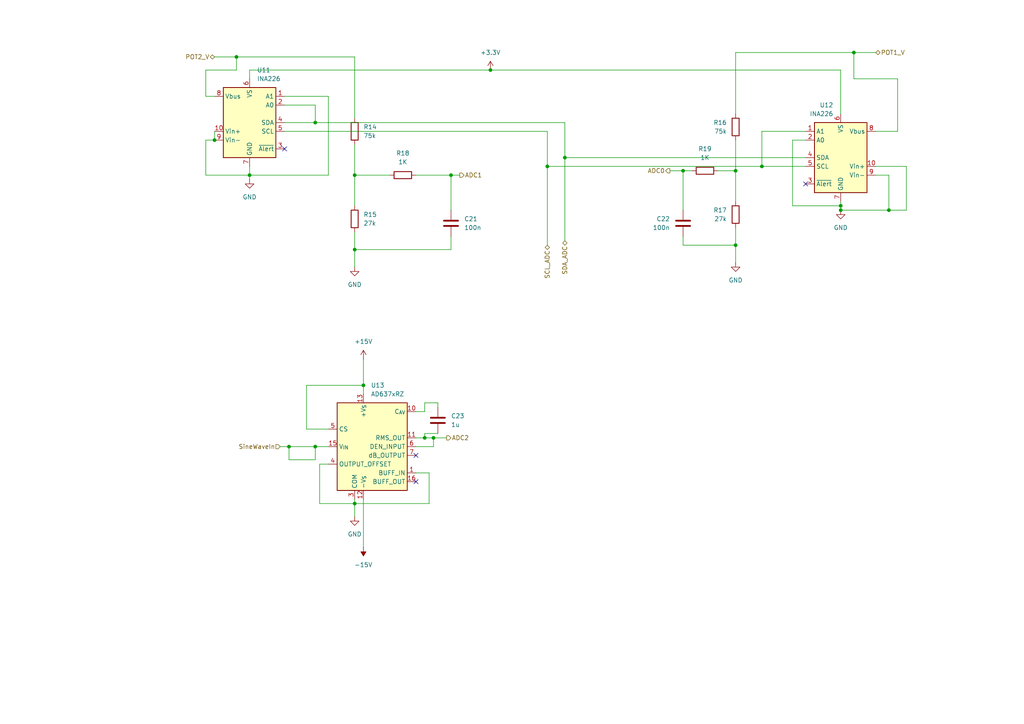
<source format=kicad_sch>
(kicad_sch (version 20250114) (generator "eeschema") (generator_version "9.0")
  (paper "A4")
  (lib_symbols
    (symbol "Analog:AD637xRZ"
      (property "Reference" "U" (at -6.35 13.97 0))
      (property "Value" "AD637xRZ" (at 1.27 13.97 0))
      (symbol "AD637xRZ_0_1"
        (rectangle (start -10.16 12.7) (end 10.16 -12.7) (stroke (width 0.254)) (fill (type background)))
      )
      (symbol "AD637xRZ_1_1"
        (pin input line (at -12.7 5.08 0) (length 2.54) (name "CS") (number "5"))
        (pin input line (at -12.7 0 0) (length 2.54) (name "V_{IN}") (number "15"))
        (pin input line (at -12.7 -5.08 0) (length 2.54) (name "OUTPUT_OFFSET") (number "4"))
        (pin no_connect line (at -10.16 7.62 0) (length 2.54) (hide yes) (name "NIC") (number "2"))
        (pin no_connect line (at -10.16 2.54 0) (length 2.54) (hide yes) (name "NIC") (number "8"))
        (pin no_connect line (at -10.16 -2.54 0) (length 2.54) (hide yes) (name "NIC") (number "9"))
        (pin no_connect line (at -10.16 -7.62 0) (length 2.54) (hide yes) (name "NIC") (number "14"))
        (pin power_in line (at -5.08 -15.24 90) (length 2.54) (name "COM") (number "3"))
        (pin power_in line (at -2.54 15.24 270) (length 2.54) (name "+V_{S}") (number "13"))
        (pin power_in line (at -2.54 -15.24 90) (length 2.54) (name "-V_{S}") (number "12"))
        (pin passive line (at 12.7 10.16 180) (length 2.54) (name "C_{AV}") (number "10"))
        (pin output line (at 12.7 2.54 180) (length 2.54) (name "RMS_OUT") (number "11"))
        (pin input line (at 12.7 0 180) (length 2.54) (name "DEN_INPUT") (number "6"))
        (pin passive line (at 12.7 -2.54 180) (length 2.54) (name "dB_OUTPUT") (number "7"))
        (pin input line (at 12.7 -7.62 180) (length 2.54) (name "BUFF_IN") (number "1"))
        (pin output line (at 12.7 -10.16 180) (length 2.54) (name "BUFF_OUT") (number "16"))
      )
    )
    (symbol "Device:C" (pin_numbers (hide yes)) (pin_names (offset 0.254))
      (property "Reference" "C" (at 0.635 2.54 0))
      (property "Value" "C" (at 0.635 -2.54 0))
      (symbol "C_0_1"
        (polyline (pts (xy -2.032 0.762) (xy 2.032 0.762)) (stroke (width 0.508)))
        (polyline (pts (xy -2.032 -0.762) (xy 2.032 -0.762)) (stroke (width 0.508)))
      )
      (symbol "C_1_1"
        (pin passive line (at 0 3.81 270) (length 2.794) (name "~") (number "1"))
        (pin passive line (at 0 -3.81 90) (length 2.794) (name "~") (number "2"))
      )
    )
    (symbol "Device:R" (pin_numbers (hide yes)) (pin_names (offset 0))
      (property "Reference" "R" (at 2.032 0 90))
      (property "Value" "R" (at 0 0 90))
      (symbol "R_0_1"
        (rectangle (start -1.016 -2.54) (end 1.016 2.54) (stroke (width 0.254)))
      )
      (symbol "R_1_1"
        (pin passive line (at 0 3.81 270) (length 1.27) (name "~") (number "1"))
        (pin passive line (at 0 -3.81 90) (length 1.27) (name "~") (number "2"))
      )
    )
    (symbol "Sensor_Energy:INA226"
      (property "Reference" "U" (at -6.35 11.43 0))
      (property "Value" "INA226" (at 3.81 11.43 0))
      (symbol "INA226_0_1"
        (rectangle (start 7.62 10.16) (end -7.62 -10.16) (stroke (width 0.254)) (fill (type background)))
      )
      (symbol "INA226_1_1"
        (pin input line (at -10.16 7.62 0) (length 2.54) (name "Vbus") (number "8"))
        (pin input line (at -10.16 -2.54 0) (length 2.54) (name "Vin+") (number "10"))
        (pin input line (at -10.16 -5.08 0) (length 2.54) (name "Vin-") (number "9"))
        (pin power_in line (at 0 12.7 270) (length 2.54) (name "VS") (number "6"))
        (pin power_in line (at 0 -12.7 90) (length 2.54) (name "GND") (number "7"))
        (pin input line (at 10.16 7.62 180) (length 2.54) (name "A1") (number "1"))
        (pin input line (at 10.16 5.08 180) (length 2.54) (name "A0") (number "2"))
        (pin bidirectional line (at 10.16 0 180) (length 2.54) (name "SDA") (number "4"))
        (pin input line (at 10.16 -2.54 180) (length 2.54) (name "SCL") (number "5"))
        (pin open_collector line (at 10.16 -7.62 180) (length 2.54) (name "~{Alert}") (number "3"))
      )
    )
    (symbol "power:+15V" (power) (pin_numbers (hide yes)) (pin_names (offset 0) (hide yes))
      (property "Value" "+15V" (at 0 3.556 0))
      (symbol "+15V_0_1"
        (polyline (pts (xy -0.762 1.27) (xy 0 2.54)))
        (polyline (pts (xy 0 2.54) (xy 0.762 1.27)))
        (polyline (pts (xy 0 0) (xy 0 2.54)))
      )
      (symbol "+15V_1_1"
        (pin power_in line (at 0 0 90) (length 0) (name "~") (number "1"))
      )
    )
    (symbol "power:+3.3V" (power) (pin_numbers (hide yes)) (pin_names (offset 0) (hide yes))
      (property "Value" "+3.3V" (at 0 3.556 0))
      (symbol "+3.3V_0_1"
        (polyline (pts (xy -0.762 1.27) (xy 0 2.54)))
        (polyline (pts (xy 0 2.54) (xy 0.762 1.27)))
        (polyline (pts (xy 0 0) (xy 0 2.54)))
      )
      (symbol "+3.3V_1_1"
        (pin power_in line (at 0 0 90) (length 0) (name "~") (number "1"))
      )
    )
    (symbol "power:-15V" (power) (pin_numbers (hide yes)) (pin_names (offset 0) (hide yes))
      (property "Value" "-15V" (at 0 3.556 0))
      (symbol "-15V_0_0"
        (pin power_in line (at 0 0 90) (length 0) (name "~") (number "1"))
      )
      (symbol "-15V_0_1"
        (polyline (pts (xy 0 0) (xy 0 1.27) (xy 0.762 1.27) (xy 0 2.54) (xy -0.762 1.27) (xy 0 1.27)) (fill (type outline)))
      )
    )
    (symbol "power:GND" (power) (pin_numbers (hide yes)) (pin_names (offset 0) (hide yes))
      (property "Value" "GND" (at 0 -3.81 0))
      (symbol "GND_0_1"
        (polyline (pts (xy 0 0) (xy 0 -1.27) (xy 1.27 -1.27) (xy 0 -2.54) (xy -1.27 -1.27) (xy 0 -1.27)))
      )
      (symbol "GND_1_1"
        (pin power_in line (at 0 0 270) (length 0) (name "~") (number "1"))
      )
    )
  )
  (junction (at 158.75 48.26))
  (junction (at 247.65 15.24))
  (junction (at 213.36 71.12))
  (junction (at 102.87 72.39))
  (junction (at 257.81 60.96))
  (junction (at 243.84 59.69))
  (junction (at 125.73 127))
  (junction (at 198.12 49.53))
  (junction (at 220.98 48.26))
  (junction (at 91.44 35.56))
  (junction (at 83.82 129.54))
  (junction (at 243.84 60.96))
  (junction (at 105.41 111.76))
  (junction (at 68.58 16.51))
  (junction (at 62.23 40.64))
  (junction (at 123.19 127))
  (junction (at 213.36 49.53))
  (junction (at 142.24 20.32))
  (junction (at 102.87 50.8))
  (junction (at 163.83 45.72))
  (junction (at 102.87 146.05))
  (junction (at 72.39 50.8))
  (junction (at 91.44 129.54))
  (junction (at 130.81 50.8))
  (no_connect (at 82.55 43.18))
  (no_connect (at 233.68 53.34))
  (no_connect (at 120.65 132.08))
  (no_connect (at 120.65 139.7))
  (wire (pts (xy 91.44 133.35) (xy 91.44 129.54)))
  (wire (pts (xy 59.69 27.94) (xy 62.23 27.94)))
  (wire (pts (xy 83.82 129.54) (xy 91.44 129.54)))
  (wire (pts (xy 233.68 40.64) (xy 229.87 40.64)))
  (wire (pts (xy 198.12 68.58) (xy 198.12 71.12)))
  (wire (pts (xy 198.12 49.53) (xy 194.31 49.53)))
  (wire (pts (xy 105.41 111.76) (xy 105.41 114.3)))
  (wire (pts (xy 247.65 15.24) (xy 247.65 22.86)))
  (wire (pts (xy 125.73 127) (xy 125.73 129.54)))
  (wire (pts (xy 213.36 49.53) (xy 208.28 49.53)))
  (wire (pts (xy 213.36 71.12) (xy 198.12 71.12)))
  (wire (pts (xy 102.87 144.78) (xy 102.87 146.05)))
  (wire (pts (xy 72.39 50.8) (xy 95.25 50.8)))
  (wire (pts (xy 120.65 127) (xy 123.19 127)))
  (wire (pts (xy 72.39 20.32) (xy 142.24 20.32)))
  (wire (pts (xy 102.87 72.39) (xy 130.81 72.39)))
  (wire (pts (xy 72.39 48.26) (xy 72.39 50.8)))
  (wire (pts (xy 254 50.8) (xy 257.81 50.8)))
  (wire (pts (xy 120.65 119.38) (xy 123.19 119.38)))
  (wire (pts (xy 127 116.84) (xy 127 118.11)))
  (wire (pts (xy 260.35 22.86) (xy 247.65 22.86)))
  (wire (pts (xy 59.69 40.64) (xy 62.23 40.64)))
  (wire (pts (xy 120.65 137.16) (xy 124.46 137.16)))
  (wire (pts (xy 243.84 20.32) (xy 243.84 33.02)))
  (wire (pts (xy 130.81 68.58) (xy 130.81 72.39)))
  (wire (pts (xy 262.89 48.26) (xy 262.89 60.96)))
  (wire (pts (xy 233.68 48.26) (xy 220.98 48.26)))
  (wire (pts (xy 92.71 134.62) (xy 92.71 146.05)))
  (wire (pts (xy 68.58 16.51) (xy 68.58 20.32)))
  (wire (pts (xy 220.98 38.1) (xy 220.98 48.26)))
  (wire (pts (xy 91.44 30.48) (xy 91.44 35.56)))
  (wire (pts (xy 72.39 22.86) (xy 72.39 20.32)))
  (wire (pts (xy 59.69 40.64) (xy 59.69 50.8)))
  (wire (pts (xy 254 15.24) (xy 247.65 15.24)))
  (wire (pts (xy 163.83 35.56) (xy 163.83 45.72)))
  (wire (pts (xy 81.28 129.54) (xy 83.82 129.54)))
  (wire (pts (xy 123.19 119.38) (xy 123.19 116.84)))
  (wire (pts (xy 72.39 50.8) (xy 72.39 52.07)))
  (wire (pts (xy 158.75 48.26) (xy 158.75 71.12)))
  (wire (pts (xy 62.23 16.51) (xy 68.58 16.51)))
  (wire (pts (xy 260.35 38.1) (xy 260.35 22.86)))
  (wire (pts (xy 254 48.26) (xy 262.89 48.26)))
  (wire (pts (xy 213.36 15.24) (xy 213.36 33.02)))
  (wire (pts (xy 82.55 38.1) (xy 158.75 38.1)))
  (wire (pts (xy 123.19 116.84) (xy 127 116.84)))
  (wire (pts (xy 130.81 50.8) (xy 133.35 50.8)))
  (wire (pts (xy 102.87 50.8) (xy 113.03 50.8)))
  (wire (pts (xy 105.41 144.78) (xy 105.41 158.75)))
  (wire (pts (xy 233.68 38.1) (xy 220.98 38.1)))
  (wire (pts (xy 91.44 35.56) (xy 82.55 35.56)))
  (wire (pts (xy 158.75 48.26) (xy 220.98 48.26)))
  (wire (pts (xy 257.81 50.8) (xy 257.81 60.96)))
  (wire (pts (xy 124.46 146.05) (xy 124.46 137.16)))
  (wire (pts (xy 163.83 45.72) (xy 233.68 45.72)))
  (wire (pts (xy 82.55 30.48) (xy 91.44 30.48)))
  (wire (pts (xy 105.41 104.14) (xy 105.41 111.76)))
  (wire (pts (xy 102.87 50.8) (xy 102.87 59.69)))
  (wire (pts (xy 127 125.73) (xy 123.19 125.73)))
  (wire (pts (xy 62.23 38.1) (xy 62.23 40.64)))
  (wire (pts (xy 102.87 146.05) (xy 124.46 146.05)))
  (wire (pts (xy 213.36 40.64) (xy 213.36 49.53)))
  (wire (pts (xy 88.9 124.46) (xy 88.9 111.76)))
  (wire (pts (xy 102.87 72.39) (xy 102.87 77.47)))
  (wire (pts (xy 163.83 45.72) (xy 163.83 69.85)))
  (wire (pts (xy 68.58 16.51) (xy 102.87 16.51)))
  (wire (pts (xy 95.25 134.62) (xy 92.71 134.62)))
  (wire (pts (xy 68.58 20.32) (xy 59.69 20.32)))
  (wire (pts (xy 120.65 50.8) (xy 130.81 50.8)))
  (wire (pts (xy 59.69 20.32) (xy 59.69 27.94)))
  (wire (pts (xy 102.87 16.51) (xy 102.87 34.29)))
  (wire (pts (xy 200.66 49.53) (xy 198.12 49.53)))
  (wire (pts (xy 102.87 67.31) (xy 102.87 72.39)))
  (wire (pts (xy 229.87 40.64) (xy 229.87 59.69)))
  (wire (pts (xy 229.87 59.69) (xy 243.84 59.69)))
  (wire (pts (xy 120.65 129.54) (xy 125.73 129.54)))
  (wire (pts (xy 59.69 50.8) (xy 72.39 50.8)))
  (wire (pts (xy 158.75 38.1) (xy 158.75 48.26)))
  (wire (pts (xy 91.44 35.56) (xy 163.83 35.56)))
  (wire (pts (xy 213.36 71.12) (xy 213.36 76.2)))
  (wire (pts (xy 83.82 133.35) (xy 91.44 133.35)))
  (wire (pts (xy 102.87 41.91) (xy 102.87 50.8)))
  (wire (pts (xy 257.81 60.96) (xy 243.84 60.96)))
  (wire (pts (xy 82.55 27.94) (xy 95.25 27.94)))
  (wire (pts (xy 92.71 146.05) (xy 102.87 146.05)))
  (wire (pts (xy 95.25 27.94) (xy 95.25 50.8)))
  (wire (pts (xy 91.44 129.54) (xy 95.25 129.54)))
  (wire (pts (xy 198.12 49.53) (xy 198.12 60.96)))
  (wire (pts (xy 125.73 127) (xy 129.54 127)))
  (wire (pts (xy 88.9 111.76) (xy 105.41 111.76)))
  (wire (pts (xy 247.65 15.24) (xy 213.36 15.24)))
  (wire (pts (xy 95.25 124.46) (xy 88.9 124.46)))
  (wire (pts (xy 130.81 50.8) (xy 130.81 60.96)))
  (wire (pts (xy 142.24 20.32) (xy 243.84 20.32)))
  (wire (pts (xy 243.84 58.42) (xy 243.84 59.69)))
  (wire (pts (xy 243.84 59.69) (xy 243.84 60.96)))
  (wire (pts (xy 213.36 49.53) (xy 213.36 58.42)))
  (wire (pts (xy 102.87 146.05) (xy 102.87 149.86)))
  (wire (pts (xy 83.82 129.54) (xy 83.82 133.35)))
  (wire (pts (xy 123.19 125.73) (xy 123.19 127)))
  (wire (pts (xy 123.19 127) (xy 125.73 127)))
  (wire (pts (xy 254 38.1) (xy 260.35 38.1)))
  (wire (pts (xy 213.36 66.04) (xy 213.36 71.12)))
  (wire (pts (xy 262.89 60.96) (xy 257.81 60.96)))
  (hierarchical_label "SDA_ADC" (shape bidirectional) (at 163.83 69.85 270))
  (hierarchical_label "ADC1" (shape output) (at 133.35 50.8 0))
  (hierarchical_label "SineWaveIn" (shape input) (at 81.28 129.54 180))
  (hierarchical_label "POT2_V" (shape bidirectional) (at 62.23 16.51 180))
  (hierarchical_label "ADC2" (shape output) (at 129.54 127 0))
  (hierarchical_label "ADC0" (shape output) (at 194.31 49.53 180))
  (hierarchical_label "POT1_V" (shape bidirectional) (at 254 15.24 0))
  (hierarchical_label "SCL_ADC" (shape bidirectional) (at 158.75 71.12 270))
  (symbol (lib_id "Device:C") (at 130.81 64.77 0) (unit 1)
    (property "Reference" "C21" (at 134.62 63.4999 0) (effects (justify left)))
    (property "Value" "100n" (at 134.62 66.0399 0) (effects (justify left)))
    (property "Description" "Unpolarized capacitor" (effects (hide yes)))
  )
  (symbol (lib_id "power:+15V") (at 105.41 104.14 0) (unit 1)
    (property "Reference" "#PWR034" (effects (hide yes)))
    (property "Value" "+15V" (at 105.41 99.06 0))
    (property "Description" "Power symbol creates a global label with name \"+15V\"" (effects (hide yes)))
  )
  (symbol (lib_id "Device:R") (at 116.84 50.8 270) (unit 1)
    (property "Reference" "R18" (at 116.84 44.45 90))
    (property "Value" "1K" (at 116.84 46.99 90))
    (property "Description" "Resistor" (effects (hide yes)))
  )
  (symbol (lib_id "power:-15V") (at 105.41 158.75 180) (unit 1)
    (property "Reference" "#PWR033" (effects (hide yes)))
    (property "Value" "-15V" (at 105.41 163.83 0))
    (property "Description" "Power symbol creates a global label with name \"-15V\"" (effects (hide yes)))
  )
  (symbol (lib_id "Sensor_Energy:INA226") (at 72.39 35.56 0) (unit 1)
    (property "Reference" "U11" (at 74.5333 20.32 0) (effects (justify left)))
    (property "Value" "INA226" (at 74.5333 22.86 0) (effects (justify left)))
    (property "Footprint" "Package_SO:VSSOP-10_3x3mm_P0.5mm" (effects (hide yes)))
    (property "Datasheet" "http://www.ti.com/lit/ds/symlink/ina226.pdf" (effects (hide yes)))
    (property "Description" "High-Side or Low-Side Measurement, Bi-Directional Current and Power Monitor (0-36V) with I2C Compatible Interface, VSSOP-10" (effects (hide yes)))
  )
  (symbol (lib_id "Device:R") (at 213.36 62.23 0) (mirror x) (unit 1)
    (property "Reference" "R17" (at 210.82 60.9599 0) (effects (justify right)))
    (property "Value" "27k" (at 210.82 63.4999 0) (effects (justify right)))
    (property "Description" "Resistor" (effects (hide yes)))
  )
  (symbol (lib_id "Device:C") (at 127 121.92 0) (unit 1)
    (property "Reference" "C23" (at 130.81 120.6499 0) (effects (justify left)))
    (property "Value" "1u" (at 130.81 123.1899 0) (effects (justify left)))
    (property "Description" "Unpolarized capacitor" (effects (hide yes)))
  )
  (symbol (lib_id "Sensor_Energy:INA226") (at 243.84 45.72 0) (mirror y) (unit 1)
    (property "Reference" "U12" (at 241.6967 30.48 0) (effects (justify left)))
    (property "Value" "INA226" (at 241.6967 33.02 0) (effects (justify left)))
    (property "Footprint" "Package_SO:VSSOP-10_3x3mm_P0.5mm" (effects (hide yes)))
    (property "Datasheet" "http://www.ti.com/lit/ds/symlink/ina226.pdf" (effects (hide yes)))
    (property "Description" "High-Side or Low-Side Measurement, Bi-Directional Current and Power Monitor (0-36V) with I2C Compatible Interface, VSSOP-10" (effects (hide yes)))
  )
  (symbol (lib_id "power:GND") (at 102.87 77.47 0) (unit 1)
    (property "Reference" "#PWR029" (effects (hide yes)))
    (property "Value" "GND" (at 102.87 82.55 0))
    (property "Description" "Power symbol creates a global label with name \"GND\" , ground" (effects (hide yes)))
  )
  (symbol (lib_id "Device:R") (at 102.87 63.5 180) (unit 1)
    (property "Reference" "R15" (at 105.41 62.2299 0) (effects (justify right)))
    (property "Value" "27k" (at 105.41 64.7699 0) (effects (justify right)))
    (property "Description" "Resistor" (effects (hide yes)))
  )
  (symbol (lib_id "power:GND") (at 213.36 76.2 0) (mirror y) (unit 1)
    (property "Reference" "#PWR031" (effects (hide yes)))
    (property "Value" "GND" (at 213.36 81.28 0))
    (property "Description" "Power symbol creates a global label with name \"GND\" , ground" (effects (hide yes)))
  )
  (symbol (lib_id "power:+3.3V") (at 142.24 20.32 0) (unit 1)
    (property "Reference" "#PWR030" (effects (hide yes)))
    (property "Value" "+3.3V" (at 142.24 15.24 0))
    (property "Description" "Power symbol creates a global label with name \"+3.3V\"" (effects (hide yes)))
  )
  (symbol (lib_id "Device:C") (at 198.12 64.77 0) (mirror y) (unit 1)
    (property "Reference" "C22" (at 194.31 63.4999 0) (effects (justify left)))
    (property "Value" "100n" (at 194.31 66.0399 0) (effects (justify left)))
    (property "Description" "Unpolarized capacitor" (effects (hide yes)))
  )
  (symbol (lib_id "Device:R") (at 213.36 36.83 0) (mirror x) (unit 1)
    (property "Reference" "R16" (at 210.82 35.5599 0) (effects (justify right)))
    (property "Value" "75k" (at 210.82 38.0999 0) (effects (justify right)))
    (property "Description" "Resistor" (effects (hide yes)))
  )
  (symbol (lib_id "Analog:AD637xRZ") (at 107.95 129.54 0) (unit 1)
    (property "Reference" "U13" (at 107.5533 111.76 0) (effects (justify left)))
    (property "Value" "AD637xRZ" (at 107.5533 114.3 0) (effects (justify left)))
    (property "Footprint" "Package_SO:SOIC-16W_7.5x10.3mm_P1.27mm" (effects (hide yes)))
    (property "Datasheet" "https://www.analog.com/media/en/technical-documentation/data-sheets/AD637.pdf" (effects (hide yes)))
    (property "Description" "High Precision, Wideband RMS-to-DC Converter, SOIC-16" (effects (hide yes)))
  )
  (symbol (lib_id "power:GND") (at 72.39 52.07 0) (unit 1)
    (property "Reference" "#PWR027" (effects (hide yes)))
    (property "Value" "GND" (at 72.39 57.15 0))
    (property "Description" "Power symbol creates a global label with name \"GND\" , ground" (effects (hide yes)))
  )
  (symbol (lib_id "power:GND") (at 243.84 60.96 0) (mirror y) (unit 1)
    (property "Reference" "#PWR028" (effects (hide yes)))
    (property "Value" "GND" (at 243.84 66.04 0))
    (property "Description" "Power symbol creates a global label with name \"GND\" , ground" (effects (hide yes)))
  )
  (symbol (lib_id "power:GND") (at 102.87 149.86 0) (unit 1)
    (property "Reference" "#PWR032" (effects (hide yes)))
    (property "Value" "GND" (at 102.87 154.94 0))
    (property "Description" "Power symbol creates a global label with name \"GND\" , ground" (effects (hide yes)))
  )
  (symbol (lib_id "Device:R") (at 102.87 38.1 180) (unit 1)
    (property "Reference" "R14" (at 105.41 36.8299 0) (effects (justify right)))
    (property "Value" "75k" (at 105.41 39.3699 0) (effects (justify right)))
    (property "Description" "Resistor" (effects (hide yes)))
  )
  (symbol (lib_id "Device:R") (at 204.47 49.53 90) (mirror x) (unit 1)
    (property "Reference" "R19" (at 204.47 43.18 90))
    (property "Value" "1K" (at 204.47 45.72 90))
    (property "Description" "Resistor" (effects (hide yes)))
  )
)
</source>
